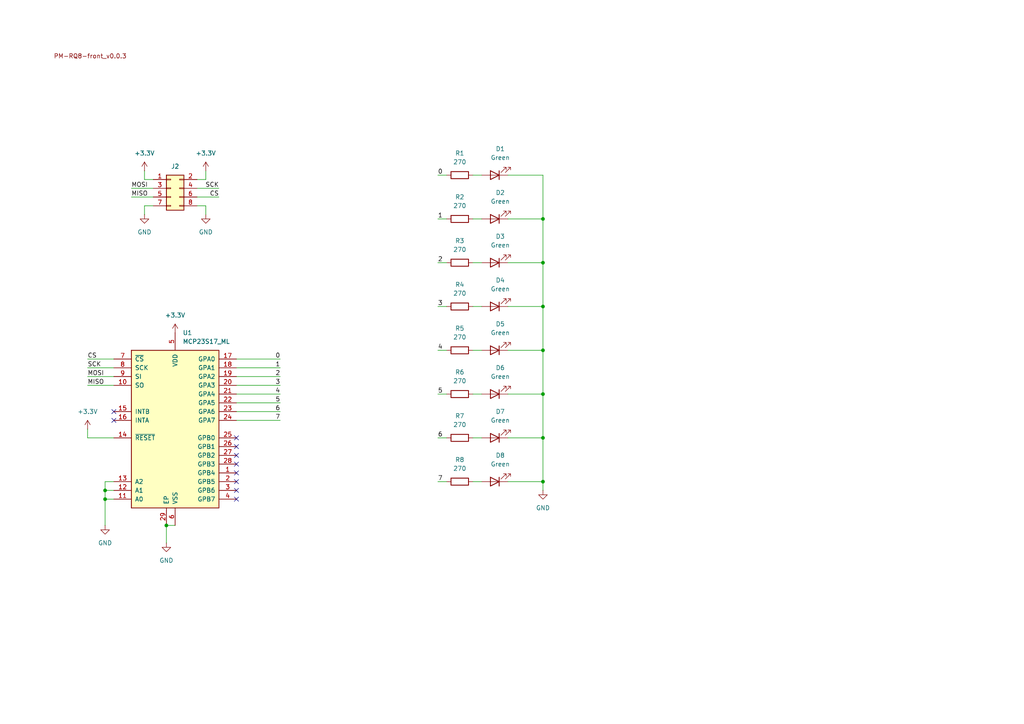
<source format=kicad_sch>
(kicad_sch (version 20231120) (generator "eeschema") (generator_version "8.0")
  (paper "A4")
  (title_block (title "${article} v${version}"))
  (lib_symbols
    (symbol "kicad_inventree_lib:LED_green_1206_reverse" (pin_numbers hide) (pin_names (offset 1.016) hide)
      (property "Reference" "D" (at 0 2.54 0))
      (property "Value" "Green" (at 0 -2.54 0))
      (symbol "LED_green_1206_reverse_0_1"
        (polyline (pts (xy -1.27 -1.27) (xy -1.27 1.27)) (stroke (width 0.254)))
        (polyline (pts (xy -1.27 0) (xy 1.27 0)))
        (polyline (pts (xy 1.27 -1.27) (xy 1.27 1.27) (xy -1.27 0) (xy 1.27 -1.27)) (stroke (width 0.254)))
        (polyline (pts (xy -3.048 -0.762) (xy -4.572 -2.286) (xy -3.81 -2.286) (xy -4.572 -2.286) (xy -4.572 -1.524)))
        (polyline (pts (xy -1.778 -0.762) (xy -3.302 -2.286) (xy -2.54 -2.286) (xy -3.302 -2.286) (xy -3.302 -1.524)))
      )
      (symbol "LED_green_1206_reverse_1_1"
        (pin passive line (at -3.81 0 0) (length 2.54) (name "K") (number "1"))
        (pin passive line (at 3.81 0 180) (length 2.54) (name "A") (number "2"))
      )
    )
    (symbol "kicad_inventree_lib:MCP23S17_ML" (pin_names (offset 1.016))
      (property "Reference" "U" (at -11.43 24.13 0))
      (property "Value" "MCP23S17_ML" (at 0 0 0))
      (symbol "MCP23S17_ML_0_1"
        (rectangle (start -12.7 22.86) (end 12.7 -22.86) (stroke (width 0.254)) (fill (type background)))
      )
      (symbol "MCP23S17_ML_1_1"
        (pin bidirectional line (at 17.78 -12.7 180) (length 5.08) (name "GPB4") (number "1"))
        (pin output line (at -17.78 12.7 0) (length 5.08) (name "SO") (number "10"))
        (pin input line (at -17.78 -20.32 0) (length 5.08) (name "A0") (number "11"))
        (pin input line (at -17.78 -17.78 0) (length 5.08) (name "A1") (number "12"))
        (pin input line (at -17.78 -15.24 0) (length 5.08) (name "A2") (number "13"))
        (pin input line (at -17.78 -2.54 0) (length 5.08) (name "~{RESET}") (number "14"))
        (pin tri_state line (at -17.78 5.08 0) (length 5.08) (name "INTB") (number "15"))
        (pin tri_state line (at -17.78 2.54 0) (length 5.08) (name "INTA") (number "16"))
        (pin bidirectional line (at 17.78 20.32 180) (length 5.08) (name "GPA0") (number "17"))
        (pin bidirectional line (at 17.78 17.78 180) (length 5.08) (name "GPA1") (number "18"))
        (pin bidirectional line (at 17.78 15.24 180) (length 5.08) (name "GPA2") (number "19"))
        (pin bidirectional line (at 17.78 -15.24 180) (length 5.08) (name "GPB5") (number "2"))
        (pin bidirectional line (at 17.78 12.7 180) (length 5.08) (name "GPA3") (number "20"))
        (pin bidirectional line (at 17.78 10.16 180) (length 5.08) (name "GPA4") (number "21"))
        (pin bidirectional line (at 17.78 7.62 180) (length 5.08) (name "GPA5") (number "22"))
        (pin bidirectional line (at 17.78 5.08 180) (length 5.08) (name "GPA6") (number "23"))
        (pin bidirectional line (at 17.78 2.54 180) (length 5.08) (name "GPA7") (number "24"))
        (pin bidirectional line (at 17.78 -2.54 180) (length 5.08) (name "GPB0") (number "25"))
        (pin bidirectional line (at 17.78 -5.08 180) (length 5.08) (name "GPB1") (number "26"))
        (pin bidirectional line (at 17.78 -7.62 180) (length 5.08) (name "GPB2") (number "27"))
        (pin bidirectional line (at 17.78 -10.16 180) (length 5.08) (name "GPB3") (number "28"))
        (pin passive line (at -2.54 -27.94 90) (length 5.08) (name "EP") (number "29"))
        (pin bidirectional line (at 17.78 -17.78 180) (length 5.08) (name "GPB6") (number "3"))
        (pin bidirectional line (at 17.78 -20.32 180) (length 5.08) (name "GPB7") (number "4"))
        (pin power_in line (at 0 27.94 270) (length 5.08) (name "VDD") (number "5"))
        (pin power_in line (at 0 -27.94 90) (length 5.08) (name "VSS") (number "6"))
        (pin input line (at -17.78 20.32 0) (length 5.08) (name "~{CS}") (number "7"))
        (pin input line (at -17.78 17.78 0) (length 5.08) (name "SCK") (number "8"))
        (pin input line (at -17.78 15.24 0) (length 5.08) (name "SI") (number "9"))
      )
    )
    (symbol "kicad_inventree_lib:PCB_PM-RQ8-front_v0.0.3" (on_board no)
      (symbol "PCB_PM-RQ8-front_v0.0.3_1_1"
        (text "PM-RQ8-front_v0.0.3" (at -0.508 -2.286 0) (effects (font (size 1.27 1.27))))
      )
    )
    (symbol "kicad_inventree_lib:PinHeader_02x04_P2.54_THT_angle" (pin_names (offset 1.016) hide)
      (property "Reference" "J" (at 1.27 5.08 0))
      (property "Value" "PinHeader_02x04_P2.54_THT_angle" (at 1.27 -7.62 0))
      (symbol "PinHeader_02x04_P2.54_THT_angle_1_1"
        (rectangle (start -1.27 -4.953) (end 0 -5.207) (stroke (width 0.1524)))
        (rectangle (start -1.27 -2.413) (end 0 -2.667) (stroke (width 0.1524)))
        (rectangle (start -1.27 0.127) (end 0 -0.127) (stroke (width 0.1524)))
        (rectangle (start -1.27 2.667) (end 0 2.413) (stroke (width 0.1524)))
        (rectangle (start -1.27 3.81) (end 3.81 -6.35) (stroke (width 0.254)) (fill (type background)))
        (rectangle (start 3.81 -4.953) (end 2.54 -5.207) (stroke (width 0.1524)))
        (rectangle (start 3.81 -2.413) (end 2.54 -2.667) (stroke (width 0.1524)))
        (rectangle (start 3.81 0.127) (end 2.54 -0.127) (stroke (width 0.1524)))
        (rectangle (start 3.81 2.667) (end 2.54 2.413) (stroke (width 0.1524)))
        (pin passive line (at -5.08 2.54 0) (length 3.81) (name "Pin_1") (number "1"))
        (pin passive line (at 7.62 2.54 180) (length 3.81) (name "Pin_2") (number "2"))
        (pin passive line (at -5.08 0 0) (length 3.81) (name "Pin_3") (number "3"))
        (pin passive line (at 7.62 0 180) (length 3.81) (name "Pin_4") (number "4"))
        (pin passive line (at -5.08 -2.54 0) (length 3.81) (name "Pin_5") (number "5"))
        (pin passive line (at 7.62 -2.54 180) (length 3.81) (name "Pin_6") (number "6"))
        (pin passive line (at -5.08 -5.08 0) (length 3.81) (name "Pin_7") (number "7"))
        (pin passive line (at 7.62 -5.08 180) (length 3.81) (name "Pin_8") (number "8"))
      )
    )
    (symbol "kicad_inventree_lib:R_270_1206_1%" (pin_numbers hide) (pin_names (offset 0))
      (property "Reference" "R" (at 2.032 0 90))
      (property "Value" "270" (at 0 0 90))
      (symbol "R_270_1206_1%_0_1"
        (rectangle (start -1.016 -2.54) (end 1.016 2.54) (stroke (width 0.254)))
      )
      (symbol "R_270_1206_1%_1_1"
        (pin passive line (at 0 3.81 270) (length 1.27) (name "~") (number "1"))
        (pin passive line (at 0 -3.81 90) (length 1.27) (name "~") (number "2"))
      )
    )
    (symbol "power:+3.3V" (power) (pin_numbers hide) (pin_names (offset 0) hide)
      (property "Value" "+3.3V" (at 0 3.556 0))
      (symbol "+3.3V_0_1"
        (polyline (pts (xy -0.762 1.27) (xy 0 2.54)))
        (polyline (pts (xy 0 0) (xy 0 2.54)))
        (polyline (pts (xy 0 2.54) (xy 0.762 1.27)))
      )
      (symbol "+3.3V_1_1"
        (pin power_in line (at 0 0 90) (length 0) (name "~") (number "1"))
      )
    )
    (symbol "power:GND" (power) (pin_numbers hide) (pin_names (offset 0) hide)
      (property "Value" "GND" (at 0 -3.81 0))
      (symbol "GND_0_1"
        (polyline (pts (xy 0 0) (xy 0 -1.27) (xy 1.27 -1.27) (xy 0 -2.54) (xy -1.27 -1.27) (xy 0 -1.27)))
      )
      (symbol "GND_1_1"
        (pin power_in line (at 0 0 270) (length 0) (name "~") (number "1"))
      )
    )
  )
  (junction (at 157.48 101.6))
  (junction (at 157.48 63.5))
  (junction (at 30.48 142.24))
  (junction (at 157.48 88.9))
  (junction (at 157.48 139.7))
  (junction (at 157.48 76.2))
  (junction (at 48.26 152.4))
  (junction (at 157.48 114.3))
  (junction (at 157.48 127))
  (junction (at 30.48 144.78))
  (no_connect (at 68.58 134.62))
  (no_connect (at 68.58 144.78))
  (no_connect (at 33.02 119.38))
  (no_connect (at 68.58 137.16))
  (no_connect (at 33.02 121.92))
  (no_connect (at 68.58 132.08))
  (no_connect (at 68.58 129.54))
  (no_connect (at 68.58 139.7))
  (no_connect (at 68.58 127))
  (no_connect (at 68.58 142.24))
  (wire (pts (xy 68.58 111.76) (xy 81.28 111.76)))
  (wire (pts (xy 33.02 142.24) (xy 30.48 142.24)))
  (wire (pts (xy 147.32 127) (xy 157.48 127)))
  (wire (pts (xy 157.48 101.6) (xy 157.48 114.3)))
  (wire (pts (xy 127 139.7) (xy 129.54 139.7)))
  (wire (pts (xy 68.58 121.92) (xy 81.28 121.92)))
  (wire (pts (xy 59.69 52.07) (xy 57.15 52.07)))
  (wire (pts (xy 68.58 109.22) (xy 81.28 109.22)))
  (wire (pts (xy 41.91 52.07) (xy 41.91 49.53)))
  (wire (pts (xy 68.58 114.3) (xy 81.28 114.3)))
  (wire (pts (xy 157.48 63.5) (xy 157.48 76.2)))
  (wire (pts (xy 127 114.3) (xy 129.54 114.3)))
  (wire (pts (xy 147.32 139.7) (xy 157.48 139.7)))
  (wire (pts (xy 147.32 101.6) (xy 157.48 101.6)))
  (wire (pts (xy 25.4 127) (xy 25.4 124.46)))
  (wire (pts (xy 157.48 139.7) (xy 157.48 142.24)))
  (wire (pts (xy 137.16 127) (xy 139.7 127)))
  (wire (pts (xy 38.1 54.61) (xy 44.45 54.61)))
  (wire (pts (xy 38.1 57.15) (xy 44.45 57.15)))
  (wire (pts (xy 30.48 139.7) (xy 30.48 142.24)))
  (wire (pts (xy 137.16 114.3) (xy 139.7 114.3)))
  (wire (pts (xy 137.16 76.2) (xy 139.7 76.2)))
  (wire (pts (xy 30.48 152.4) (xy 30.48 144.78)))
  (wire (pts (xy 59.69 59.69) (xy 57.15 59.69)))
  (wire (pts (xy 30.48 142.24) (xy 30.48 144.78)))
  (wire (pts (xy 137.16 88.9) (xy 139.7 88.9)))
  (wire (pts (xy 157.48 114.3) (xy 157.48 127)))
  (wire (pts (xy 157.48 88.9) (xy 157.48 101.6)))
  (wire (pts (xy 147.32 88.9) (xy 157.48 88.9)))
  (wire (pts (xy 147.32 76.2) (xy 157.48 76.2)))
  (wire (pts (xy 137.16 63.5) (xy 139.7 63.5)))
  (wire (pts (xy 59.69 49.53) (xy 59.69 52.07)))
  (wire (pts (xy 157.48 50.8) (xy 157.48 63.5)))
  (wire (pts (xy 25.4 106.68) (xy 33.02 106.68)))
  (wire (pts (xy 57.15 54.61) (xy 63.5 54.61)))
  (wire (pts (xy 127 63.5) (xy 129.54 63.5)))
  (wire (pts (xy 25.4 104.14) (xy 33.02 104.14)))
  (wire (pts (xy 57.15 57.15) (xy 63.5 57.15)))
  (wire (pts (xy 68.58 106.68) (xy 81.28 106.68)))
  (wire (pts (xy 44.45 59.69) (xy 41.91 59.69)))
  (wire (pts (xy 127 127) (xy 129.54 127)))
  (wire (pts (xy 127 76.2) (xy 129.54 76.2)))
  (wire (pts (xy 59.69 62.23) (xy 59.69 59.69)))
  (wire (pts (xy 30.48 144.78) (xy 33.02 144.78)))
  (wire (pts (xy 68.58 104.14) (xy 81.28 104.14)))
  (wire (pts (xy 48.26 152.4) (xy 50.8 152.4)))
  (wire (pts (xy 147.32 63.5) (xy 157.48 63.5)))
  (wire (pts (xy 137.16 50.8) (xy 139.7 50.8)))
  (wire (pts (xy 68.58 116.84) (xy 81.28 116.84)))
  (wire (pts (xy 147.32 114.3) (xy 157.48 114.3)))
  (wire (pts (xy 127 88.9) (xy 129.54 88.9)))
  (wire (pts (xy 127 101.6) (xy 129.54 101.6)))
  (wire (pts (xy 147.32 50.8) (xy 157.48 50.8)))
  (wire (pts (xy 157.48 127) (xy 157.48 139.7)))
  (wire (pts (xy 41.91 59.69) (xy 41.91 62.23)))
  (wire (pts (xy 137.16 101.6) (xy 139.7 101.6)))
  (wire (pts (xy 68.58 119.38) (xy 81.28 119.38)))
  (wire (pts (xy 137.16 139.7) (xy 139.7 139.7)))
  (wire (pts (xy 44.45 52.07) (xy 41.91 52.07)))
  (wire (pts (xy 48.26 152.4) (xy 48.26 157.48)))
  (wire (pts (xy 127 50.8) (xy 129.54 50.8)))
  (wire (pts (xy 25.4 109.22) (xy 33.02 109.22)))
  (wire (pts (xy 33.02 139.7) (xy 30.48 139.7)))
  (wire (pts (xy 25.4 111.76) (xy 33.02 111.76)))
  (wire (pts (xy 157.48 76.2) (xy 157.48 88.9)))
  (wire (pts (xy 33.02 127) (xy 25.4 127)))
  (label "3" (at 127 88.9 0))
  (label "2" (at 81.28 109.22 180))
  (label "SCK" (at 63.5 54.61 180))
  (label "6" (at 81.28 119.38 180))
  (label "2" (at 127 76.2 0))
  (label "SCK" (at 25.4 106.68 0))
  (label "7" (at 81.28 121.92 180))
  (label "MOSI" (at 38.1 54.61 0))
  (label "0" (at 127 50.8 0))
  (label "3" (at 81.28 111.76 180))
  (label "1" (at 127 63.5 0))
  (label "6" (at 127 127 0))
  (label "MISO" (at 38.1 57.15 0))
  (label "1" (at 81.28 106.68 180))
  (label "4" (at 81.28 114.3 180))
  (label "0" (at 81.28 104.14 180))
  (label "CS" (at 63.5 57.15 180))
  (label "MOSI" (at 25.4 109.22 0))
  (label "5" (at 81.28 116.84 180))
  (label "MISO" (at 25.4 111.76 0))
  (label "CS" (at 25.4 104.14 0))
  (label "4" (at 127 101.6 0))
  (label "7" (at 127 139.7 0))
  (label "5" (at 127 114.3 0))
  (symbol (lib_id "power:GND") (at 59.69 62.23 0) (unit 1)
    (property "Reference" "#PWR06" (effects (hide yes)))
    (property "Value" "GND" (at 59.69 67.31 0))
    (property "Description" "Power symbol creates a global label with name \"GND\" , ground" (effects (hide yes)))
  )
  (symbol (lib_id "power:+3.3V") (at 41.91 49.53 0) (unit 1)
    (property "Reference" "#PWR03" (effects (hide yes)))
    (property "Value" "+3.3V" (at 41.91 44.45 0))
    (property "Description" "Power symbol creates a global label with name \"+3.3V\"" (effects (hide yes)))
  )
  (symbol (lib_id "kicad_inventree_lib:LED_green_1206_reverse") (at 143.51 127 180) (unit 1)
    (property "Reference" "D7" (at 145.0975 119.38 0))
    (property "Value" "Green" (at 145.0975 121.92 0))
    (property "Footprint" "kicad_inventree_lib:LED_1206_3216Metric_ReverseMount_Hole1.8x2.4mm" (effects (hide yes)))
    (property "Datasheet" "http://inventree.network/part/129/" (effects (hide yes)))
    (property "Description" "Light emitting diode" (effects (hide yes)))
    (property "part_ipn" "LED_green_1206_reverse" (effects (hide yes)))
  )
  (symbol (lib_id "power:GND") (at 41.91 62.23 0) (unit 1)
    (property "Reference" "#PWR04" (effects (hide yes)))
    (property "Value" "GND" (at 41.91 67.31 0))
    (property "Description" "Power symbol creates a global label with name \"GND\" , ground" (effects (hide yes)))
  )
  (symbol (lib_id "kicad_inventree_lib:LED_green_1206_reverse") (at 143.51 76.2 180) (unit 1)
    (property "Reference" "D3" (at 145.0975 68.58 0))
    (property "Value" "Green" (at 145.0975 71.12 0))
    (property "Footprint" "kicad_inventree_lib:LED_1206_3216Metric_ReverseMount_Hole1.8x2.4mm" (effects (hide yes)))
    (property "Datasheet" "http://inventree.network/part/129/" (effects (hide yes)))
    (property "Description" "Light emitting diode" (effects (hide yes)))
    (property "part_ipn" "LED_green_1206_reverse" (effects (hide yes)))
  )
  (symbol (lib_id "power:+3.3V") (at 59.69 49.53 0) (unit 1)
    (property "Reference" "#PWR05" (effects (hide yes)))
    (property "Value" "+3.3V" (at 59.69 44.45 0))
    (property "Description" "Power symbol creates a global label with name \"+3.3V\"" (effects (hide yes)))
  )
  (symbol (lib_id "power:GND") (at 48.26 157.48 0) (unit 1)
    (property "Reference" "#PWR07" (effects (hide yes)))
    (property "Value" "GND" (at 48.26 162.56 0))
    (property "Description" "Power symbol creates a global label with name \"GND\" , ground" (effects (hide yes)))
  )
  (symbol (lib_id "power:+3.3V") (at 50.8 96.52 0) (unit 1)
    (property "Reference" "#PWR08" (effects (hide yes)))
    (property "Value" "+3.3V" (at 50.8 91.44 0))
    (property "Description" "Power symbol creates a global label with name \"+3.3V\"" (effects (hide yes)))
  )
  (symbol (lib_id "kicad_inventree_lib:R_270_1206_1%") (at 133.35 76.2 90) (unit 1)
    (property "Reference" "R3" (at 133.35 69.85 90))
    (property "Value" "270" (at 133.35 72.39 90))
    (property "Footprint" "Resistor_SMD:R_1206_3216Metric_Pad1.30x1.75mm_HandSolder" (effects (hide yes)))
    (property "Datasheet" "https://www.hqonline.com/product-detail/chip-resistors-fojan-frc2512f1101ts-2500371841" (effects (hide yes)))
    (property "Description" "Resistor" (effects (hide yes)))
    (property "NextPCB_price" "0.00289" (effects (hide yes)))
    (property "NextPCB_url" "https://www.hqonline.com/product-detail/chip-resistors-ralec-rtt062700ftp-2500346938" (effects (hide yes)))
    (property "part_ipn" "R_270_1206_1%" (effects (hide yes)))
  )
  (symbol (lib_id "kicad_inventree_lib:R_270_1206_1%") (at 133.35 139.7 90) (unit 1)
    (property "Reference" "R8" (at 133.35 133.35 90))
    (property "Value" "270" (at 133.35 135.89 90))
    (property "Footprint" "Resistor_SMD:R_1206_3216Metric_Pad1.30x1.75mm_HandSolder" (effects (hide yes)))
    (property "Datasheet" "https://www.hqonline.com/product-detail/chip-resistors-fojan-frc2512f1101ts-2500371841" (effects (hide yes)))
    (property "Description" "Resistor" (effects (hide yes)))
    (property "NextPCB_price" "0.00289" (effects (hide yes)))
    (property "NextPCB_url" "https://www.hqonline.com/product-detail/chip-resistors-ralec-rtt062700ftp-2500346938" (effects (hide yes)))
    (property "part_ipn" "R_270_1206_1%" (effects (hide yes)))
  )
  (symbol (lib_id "kicad_inventree_lib:R_270_1206_1%") (at 133.35 63.5 90) (unit 1)
    (property "Reference" "R2" (at 133.35 57.15 90))
    (property "Value" "270" (at 133.35 59.69 90))
    (property "Footprint" "Resistor_SMD:R_1206_3216Metric_Pad1.30x1.75mm_HandSolder" (effects (hide yes)))
    (property "Datasheet" "https://www.hqonline.com/product-detail/chip-resistors-fojan-frc2512f1101ts-2500371841" (effects (hide yes)))
    (property "Description" "Resistor" (effects (hide yes)))
    (property "NextPCB_price" "0.00289" (effects (hide yes)))
    (property "NextPCB_url" "https://www.hqonline.com/product-detail/chip-resistors-ralec-rtt062700ftp-2500346938" (effects (hide yes)))
    (property "part_ipn" "R_270_1206_1%" (effects (hide yes)))
  )
  (symbol (lib_id "power:+3.3V") (at 25.4 124.46 0) (unit 1)
    (property "Reference" "#PWR09" (effects (hide yes)))
    (property "Value" "+3.3V" (at 25.4 119.38 0))
    (property "Description" "Power symbol creates a global label with name \"+3.3V\"" (effects (hide yes)))
  )
  (symbol (lib_id "power:GND") (at 30.48 152.4 0) (unit 1)
    (property "Reference" "#PWR02" (effects (hide yes)))
    (property "Value" "GND" (at 30.48 157.48 0))
    (property "Description" "Power symbol creates a global label with name \"GND\" , ground" (effects (hide yes)))
  )
  (symbol (lib_id "kicad_inventree_lib:R_270_1206_1%") (at 133.35 50.8 90) (unit 1)
    (property "Reference" "R1" (at 133.35 44.45 90))
    (property "Value" "270" (at 133.35 46.99 90))
    (property "Footprint" "Resistor_SMD:R_1206_3216Metric_Pad1.30x1.75mm_HandSolder" (effects (hide yes)))
    (property "Datasheet" "https://www.hqonline.com/product-detail/chip-resistors-fojan-frc2512f1101ts-2500371841" (effects (hide yes)))
    (property "Description" "Resistor" (effects (hide yes)))
    (property "NextPCB_price" "0.00289" (effects (hide yes)))
    (property "NextPCB_url" "https://www.hqonline.com/product-detail/chip-resistors-ralec-rtt062700ftp-2500346938" (effects (hide yes)))
    (property "part_ipn" "R_270_1206_1%" (effects (hide yes)))
  )
  (symbol (lib_id "power:GND") (at 157.48 142.24 0) (unit 1)
    (property "Reference" "#PWR01" (effects (hide yes)))
    (property "Value" "GND" (at 157.48 147.32 0))
    (property "Description" "Power symbol creates a global label with name \"GND\" , ground" (effects (hide yes)))
  )
  (symbol (lib_id "kicad_inventree_lib:R_270_1206_1%") (at 133.35 88.9 90) (unit 1)
    (property "Reference" "R4" (at 133.35 82.55 90))
    (property "Value" "270" (at 133.35 85.09 90))
    (property "Footprint" "Resistor_SMD:R_1206_3216Metric_Pad1.30x1.75mm_HandSolder" (effects (hide yes)))
    (property "Datasheet" "https://www.hqonline.com/product-detail/chip-resistors-fojan-frc2512f1101ts-2500371841" (effects (hide yes)))
    (property "Description" "Resistor" (effects (hide yes)))
    (property "NextPCB_price" "0.00289" (effects (hide yes)))
    (property "NextPCB_url" "https://www.hqonline.com/product-detail/chip-resistors-ralec-rtt062700ftp-2500346938" (effects (hide yes)))
    (property "part_ipn" "R_270_1206_1%" (effects (hide yes)))
  )
  (symbol (lib_id "kicad_inventree_lib:LED_green_1206_reverse") (at 143.51 50.8 180) (unit 1)
    (property "Reference" "D1" (at 145.0975 43.18 0))
    (property "Value" "Green" (at 145.0975 45.72 0))
    (property "Footprint" "kicad_inventree_lib:LED_1206_3216Metric_ReverseMount_Hole1.8x2.4mm" (effects (hide yes)))
    (property "Datasheet" "http://inventree.network/part/129/" (effects (hide yes)))
    (property "Description" "Light emitting diode" (effects (hide yes)))
    (property "part_ipn" "LED_green_1206_reverse" (effects (hide yes)))
  )
  (symbol (lib_id "kicad_inventree_lib:R_270_1206_1%") (at 133.35 127 90) (unit 1)
    (property "Reference" "R7" (at 133.35 120.65 90))
    (property "Value" "270" (at 133.35 123.19 90))
    (property "Footprint" "Resistor_SMD:R_1206_3216Metric_Pad1.30x1.75mm_HandSolder" (effects (hide yes)))
    (property "Datasheet" "https://www.hqonline.com/product-detail/chip-resistors-fojan-frc2512f1101ts-2500371841" (effects (hide yes)))
    (property "Description" "Resistor" (effects (hide yes)))
    (property "NextPCB_price" "0.00289" (effects (hide yes)))
    (property "NextPCB_url" "https://www.hqonline.com/product-detail/chip-resistors-ralec-rtt062700ftp-2500346938" (effects (hide yes)))
    (property "part_ipn" "R_270_1206_1%" (effects (hide yes)))
  )
  (symbol (lib_id "kicad_inventree_lib:PCB_PM-RQ8-front_v0.0.3") (at 26.67 13.97 0) (unit 1) (on_board no)
    (property "Reference" "PCB1" (effects (hide yes)))
    (property "Datasheet" "http://inventree.network/part/36/" (effects (hide yes)))
    (property "part_ipn" "PCB_PM-RQ8-front_v0.0.3" (effects (hide yes)))
  )
  (symbol (lib_id "kicad_inventree_lib:PinHeader_02x04_P2.54_THT_angle") (at 49.53 54.61 0) (unit 1)
    (property "Reference" "J2" (at 50.8 48.26 0))
    (property "Value" "PinHeader_02x04_P2.54_THT_angle" (effects (hide yes)))
    (property "Footprint" "Connector_PinHeader_2.54mm:PinHeader_2x04_P2.54mm_Horizontal" (effects (hide yes)))
    (property "Datasheet" "http://inventree.network/part/128/" (effects (hide yes)))
    (property "Description" "Generic connector, double row, 02x04, odd/even pin numbering scheme (row 1 odd numbers, row 2 even numbers), script generated (kicad-library-utils/schlib/autogen/connector/)" (effects (hide yes)))
    (property "part_ipn" "PinHeader_02x04_P2.54_THT_angle" (effects (hide yes)))
  )
  (symbol (lib_id "kicad_inventree_lib:R_270_1206_1%") (at 133.35 114.3 90) (unit 1)
    (property "Reference" "R6" (at 133.35 107.95 90))
    (property "Value" "270" (at 133.35 110.49 90))
    (property "Footprint" "Resistor_SMD:R_1206_3216Metric_Pad1.30x1.75mm_HandSolder" (effects (hide yes)))
    (property "Datasheet" "https://www.hqonline.com/product-detail/chip-resistors-fojan-frc2512f1101ts-2500371841" (effects (hide yes)))
    (property "Description" "Resistor" (effects (hide yes)))
    (property "NextPCB_price" "0.00289" (effects (hide yes)))
    (property "NextPCB_url" "https://www.hqonline.com/product-detail/chip-resistors-ralec-rtt062700ftp-2500346938" (effects (hide yes)))
    (property "part_ipn" "R_270_1206_1%" (effects (hide yes)))
  )
  (symbol (lib_id "kicad_inventree_lib:LED_green_1206_reverse") (at 143.51 101.6 180) (unit 1)
    (property "Reference" "D5" (at 145.0975 93.98 0))
    (property "Value" "Green" (at 145.0975 96.52 0))
    (property "Footprint" "kicad_inventree_lib:LED_1206_3216Metric_ReverseMount_Hole1.8x2.4mm" (effects (hide yes)))
    (property "Datasheet" "http://inventree.network/part/129/" (effects (hide yes)))
    (property "Description" "Light emitting diode" (effects (hide yes)))
    (property "part_ipn" "LED_green_1206_reverse" (effects (hide yes)))
  )
  (symbol (lib_id "kicad_inventree_lib:LED_green_1206_reverse") (at 143.51 63.5 180) (unit 1)
    (property "Reference" "D2" (at 145.0975 55.88 0))
    (property "Value" "Green" (at 145.0975 58.42 0))
    (property "Footprint" "kicad_inventree_lib:LED_1206_3216Metric_ReverseMount_Hole1.8x2.4mm" (effects (hide yes)))
    (property "Datasheet" "http://inventree.network/part/129/" (effects (hide yes)))
    (property "Description" "Light emitting diode" (effects (hide yes)))
    (property "part_ipn" "LED_green_1206_reverse" (effects (hide yes)))
  )
  (symbol (lib_id "kicad_inventree_lib:MCP23S17_ML") (at 50.8 124.46 0) (unit 1)
    (property "Reference" "U1" (at 52.9941 96.52 0) (effects (justify left)))
    (property "Value" "MCP23S17_ML" (at 52.9941 99.06 0) (effects (justify left)))
    (property "Footprint" "Package_DFN_QFN:QFN-28-1EP_6x6mm_P0.65mm_EP4.25x4.25mm" (effects (hide yes)))
    (property "Datasheet" "http://inventree.network/part/106/" (effects (hide yes)))
    (property "Description" "16-bit I/O expander, SPI, interrupts, w pull-ups, QFN-28" (effects (hide yes)))
    (property "part_ipn" "MCP23S17-E/ML" (effects (hide yes)))
  )
  (symbol (lib_id "kicad_inventree_lib:LED_green_1206_reverse") (at 143.51 114.3 180) (unit 1)
    (property "Reference" "D6" (at 145.0975 106.68 0))
    (property "Value" "Green" (at 145.0975 109.22 0))
    (property "Footprint" "kicad_inventree_lib:LED_1206_3216Metric_ReverseMount_Hole1.8x2.4mm" (effects (hide yes)))
    (property "Datasheet" "http://inventree.network/part/129/" (effects (hide yes)))
    (property "Description" "Light emitting diode" (effects (hide yes)))
    (property "part_ipn" "LED_green_1206_reverse" (effects (hide yes)))
  )
  (symbol (lib_id "kicad_inventree_lib:LED_green_1206_reverse") (at 143.51 139.7 180) (unit 1)
    (property "Reference" "D8" (at 145.0975 132.08 0))
    (property "Value" "Green" (at 145.0975 134.62 0))
    (property "Footprint" "kicad_inventree_lib:LED_1206_3216Metric_ReverseMount_Hole1.8x2.4mm" (effects (hide yes)))
    (property "Datasheet" "http://inventree.network/part/129/" (effects (hide yes)))
    (property "Description" "Light emitting diode" (effects (hide yes)))
    (property "part_ipn" "LED_green_1206_reverse" (effects (hide yes)))
  )
  (symbol (lib_id "kicad_inventree_lib:LED_green_1206_reverse") (at 143.51 88.9 180) (unit 1)
    (property "Reference" "D4" (at 145.0975 81.28 0))
    (property "Value" "Green" (at 145.0975 83.82 0))
    (property "Footprint" "kicad_inventree_lib:LED_1206_3216Metric_ReverseMount_Hole1.8x2.4mm" (effects (hide yes)))
    (property "Datasheet" "http://inventree.network/part/129/" (effects (hide yes)))
    (property "Description" "Light emitting diode" (effects (hide yes)))
    (property "part_ipn" "LED_green_1206_reverse" (effects (hide yes)))
  )
  (symbol (lib_id "kicad_inventree_lib:R_270_1206_1%") (at 133.35 101.6 90) (unit 1)
    (property "Reference" "R5" (at 133.35 95.25 90))
    (property "Value" "270" (at 133.35 97.79 90))
    (property "Footprint" "Resistor_SMD:R_1206_3216Metric_Pad1.30x1.75mm_HandSolder" (effects (hide yes)))
    (property "Datasheet" "https://www.hqonline.com/product-detail/chip-resistors-fojan-frc2512f1101ts-2500371841" (effects (hide yes)))
    (property "Description" "Resistor" (effects (hide yes)))
    (property "NextPCB_price" "0.00289" (effects (hide yes)))
    (property "NextPCB_url" "https://www.hqonline.com/product-detail/chip-resistors-ralec-rtt062700ftp-2500346938" (effects (hide yes)))
    (property "part_ipn" "R_270_1206_1%" (effects (hide yes)))
  )
)
</source>
